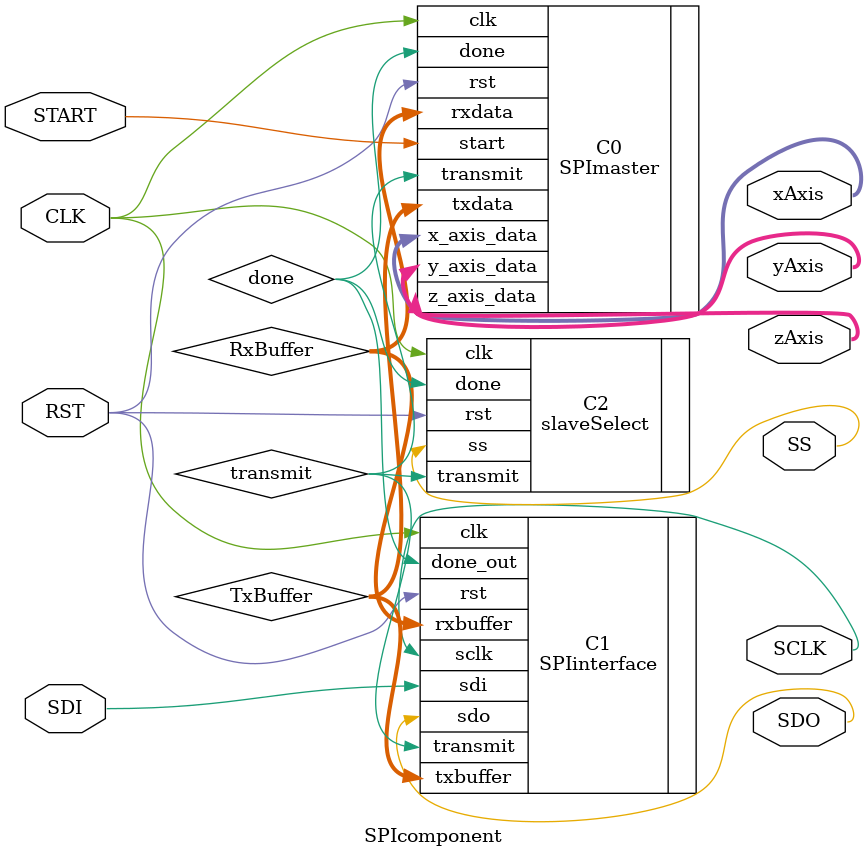
<source format=v>
`timescale 1ns / 1ps

//  ===================================================================================
//  								  Define Module, Inputs and Outputs
//  ===================================================================================
module SPIcomponent(
		CLK,
		RST,
		START,
		SDI,
		SDO,
		SCLK,
		SS,
		xAxis,
		yAxis,
		zAxis
);

// ====================================================================================
// 										Port Declarations
// ====================================================================================
   input        CLK;
   input        RST;
   input        START;
   input        SDI;
   output       SDO;
   output       SCLK;
   output       SS;
   output [9:0] xAxis;
   output [9:0] yAxis;
   output [9:0] zAxis;
   
// ====================================================================================
// 								Parameters, Register, and Wires
// ====================================================================================
	wire [9:0] 	 xAxis;
	wire [9:0] 	 yAxis;
	wire [9:0] 	 zAxis;

   wire [15:0]  TxBuffer;
   wire [7:0]   RxBuffer;
   wire         doneConfigure;
   wire         done;
   wire         transmit;
   
//  ===================================================================================
// 							  				Implementation
//  ===================================================================================
   
		//-------------------------------------------------------------------------
		//	Controls SPI Interface, Stores Received Data, and Controls Data to Send
		//-------------------------------------------------------------------------
		SPImaster C0(
					.rst(RST),
					.start(START),
					.clk(CLK),
					.transmit(transmit),
					.txdata(TxBuffer),
					.rxdata(RxBuffer),
					.done(done),
					.x_axis_data(xAxis),
					.y_axis_data(yAxis),
					.z_axis_data(zAxis)
		);
		
		//-------------------------------------------------------------------------
		//		 Produces Timing Signal, Reads ACL Data, and Writes Data to ACL
		//-------------------------------------------------------------------------
		SPIinterface C1(
					.sdi(SDI),
					.sdo(SDO),
					.rst(RST),
					.clk(CLK),
					.sclk(SCLK),
					.txbuffer(TxBuffer),
					.rxbuffer(RxBuffer),
					.done_out(done),
					.transmit(transmit)
		);
		
		//-------------------------------------------------------------------------
		//		 			 	Enables/Disables PmodACL Communication
		//-------------------------------------------------------------------------
		slaveSelect C2(
					.clk(CLK),
					.ss(SS),
					.done(done),
					.transmit(transmit),
					.rst(RST)
		);
   
endmodule

</source>
